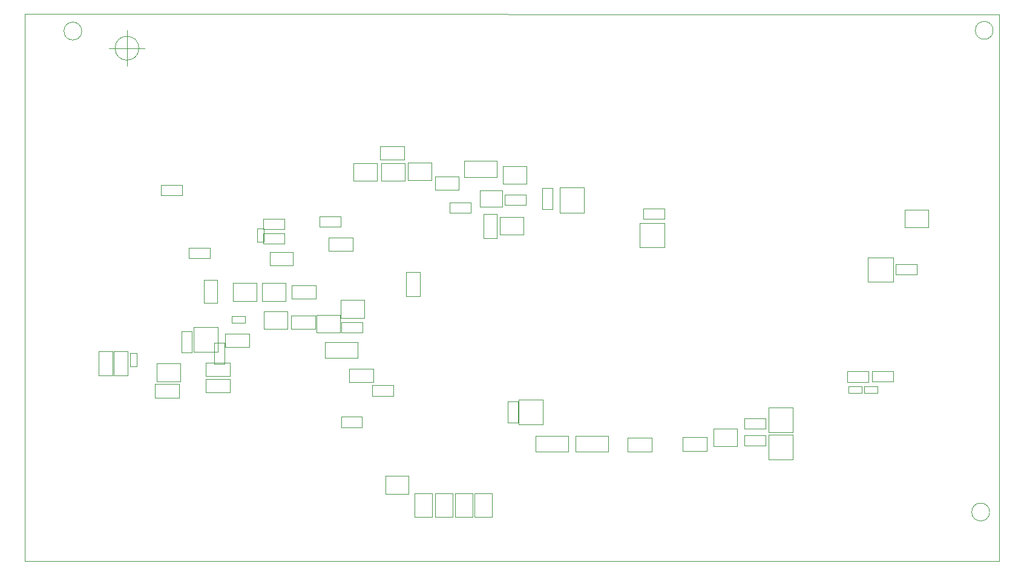
<source format=gbr>
G04 #@! TF.GenerationSoftware,KiCad,Pcbnew,(5.1.2)-1*
G04 #@! TF.CreationDate,2021-03-24T13:07:53+05:45*
G04 #@! TF.ProjectId,Pufferfish-Power-MCU,50756666-6572-4666-9973-682d506f7765,0.0*
G04 #@! TF.SameCoordinates,Original*
G04 #@! TF.FileFunction,Other,User*
%FSLAX46Y46*%
G04 Gerber Fmt 4.6, Leading zero omitted, Abs format (unit mm)*
G04 Created by KiCad (PCBNEW (5.1.2)-1) date 2021-03-24 13:07:53*
%MOMM*%
%LPD*%
G04 APERTURE LIST*
%ADD10C,0.100000*%
%ADD11C,0.050000*%
G04 APERTURE END LIST*
D10*
X203287400Y-43052600D02*
X66977400Y-42972600D01*
X203287400Y-119552600D02*
X203287400Y-43052600D01*
X66977400Y-119552600D02*
X203287400Y-119552600D01*
X66977400Y-42972600D02*
X66977400Y-119552600D01*
X82946666Y-47752000D02*
G75*
G03X82946666Y-47752000I-1666666J0D01*
G01*
X78780000Y-47752000D02*
X83780000Y-47752000D01*
X81280000Y-45252000D02*
X81280000Y-50252000D01*
D11*
G04 #@! TO.C,R99*
X108227400Y-72757600D02*
X111187400Y-72757600D01*
X108227400Y-71297600D02*
X108227400Y-72757600D01*
X111187400Y-71297600D02*
X108227400Y-71297600D01*
X111187400Y-72757600D02*
X111187400Y-71297600D01*
G04 #@! TO.C,R49*
X104238000Y-87056000D02*
X107598000Y-87056000D01*
X104238000Y-85156000D02*
X104238000Y-87056000D01*
X107598000Y-85156000D02*
X104238000Y-85156000D01*
X107598000Y-87056000D02*
X107598000Y-85156000D01*
G04 #@! TO.C,Q9*
X136087000Y-100457000D02*
X139487000Y-100457000D01*
X139487000Y-100457000D02*
X139487000Y-96957000D01*
X139487000Y-96957000D02*
X136087000Y-96957000D01*
X136087000Y-96957000D02*
X136087000Y-100457000D01*
G04 #@! TO.C,C100*
X99466300Y-74844000D02*
X100406300Y-74844000D01*
X100406300Y-74844000D02*
X100406300Y-72984000D01*
X100406300Y-72984000D02*
X99466300Y-72984000D01*
X99466300Y-72984000D02*
X99466300Y-74844000D01*
G04 #@! TO.C,C70*
X97831000Y-85255000D02*
X95971000Y-85255000D01*
X97831000Y-86195000D02*
X97831000Y-85255000D01*
X95971000Y-86195000D02*
X97831000Y-86195000D01*
X95971000Y-85255000D02*
X95971000Y-86195000D01*
G04 #@! TO.C,C51*
X184111500Y-95074000D02*
X182251500Y-95074000D01*
X184111500Y-96014000D02*
X184111500Y-95074000D01*
X182251500Y-96014000D02*
X184111500Y-96014000D01*
X182251500Y-95074000D02*
X182251500Y-96014000D01*
G04 #@! TO.C,C50*
X186311500Y-95074000D02*
X184451500Y-95074000D01*
X186311500Y-96014000D02*
X186311500Y-95074000D01*
X184451500Y-96014000D02*
X186311500Y-96014000D01*
X184451500Y-95074000D02*
X184451500Y-96014000D01*
G04 #@! TO.C,C18*
X82627400Y-92322600D02*
X82627400Y-90462600D01*
X81687400Y-92322600D02*
X82627400Y-92322600D01*
X81687400Y-90462600D02*
X81687400Y-92322600D01*
X82627400Y-90462600D02*
X81687400Y-90462600D01*
G04 #@! TO.C,JP1*
X85407400Y-94402600D02*
X88707400Y-94402600D01*
X85407400Y-94402600D02*
X85407400Y-91902600D01*
X88707400Y-91902600D02*
X88707400Y-94402600D01*
X88707400Y-91902600D02*
X85407400Y-91902600D01*
G04 #@! TO.C,D3*
X93914000Y-83388000D02*
X92014000Y-83388000D01*
X92014000Y-83388000D02*
X92014000Y-80188000D01*
X93914000Y-80188000D02*
X92014000Y-80188000D01*
X93914000Y-83388000D02*
X93914000Y-80188000D01*
G04 #@! TO.C,D4*
X101270000Y-78166000D02*
X101270000Y-76266000D01*
X101270000Y-76266000D02*
X104470000Y-76266000D01*
X104470000Y-78166000D02*
X104470000Y-76266000D01*
X101270000Y-78166000D02*
X104470000Y-78166000D01*
G04 #@! TO.C,R39*
X185049000Y-93014000D02*
X182089000Y-93014000D01*
X185049000Y-94474000D02*
X185049000Y-93014000D01*
X182089000Y-94474000D02*
X185049000Y-94474000D01*
X182089000Y-93014000D02*
X182089000Y-94474000D01*
G04 #@! TO.C,R40*
X188449000Y-93001500D02*
X185489000Y-93001500D01*
X188449000Y-94461500D02*
X188449000Y-93001500D01*
X185489000Y-94461500D02*
X188449000Y-94461500D01*
X185489000Y-93001500D02*
X185489000Y-94461500D01*
G04 #@! TO.C,R53*
X153520000Y-71630000D02*
X156480000Y-71630000D01*
X153520000Y-70170000D02*
X153520000Y-71630000D01*
X156480000Y-70170000D02*
X153520000Y-70170000D01*
X156480000Y-71630000D02*
X156480000Y-70170000D01*
G04 #@! TO.C,R54*
X188787400Y-79432600D02*
X191747400Y-79432600D01*
X188787400Y-77972600D02*
X188787400Y-79432600D01*
X191747400Y-77972600D02*
X188787400Y-77972600D01*
X191747400Y-79432600D02*
X191747400Y-77972600D01*
G04 #@! TO.C,R55*
X134517000Y-97227000D02*
X134517000Y-100187000D01*
X135977000Y-97227000D02*
X134517000Y-97227000D01*
X135977000Y-100187000D02*
X135977000Y-97227000D01*
X134517000Y-100187000D02*
X135977000Y-100187000D01*
G04 #@! TO.C,R56*
X139351000Y-67354000D02*
X139351000Y-70314000D01*
X140811000Y-67354000D02*
X139351000Y-67354000D01*
X140811000Y-70314000D02*
X140811000Y-67354000D01*
X139351000Y-70314000D02*
X140811000Y-70314000D01*
G04 #@! TO.C,R20*
X89960000Y-77184000D02*
X92920000Y-77184000D01*
X89960000Y-75724000D02*
X89960000Y-77184000D01*
X92920000Y-75724000D02*
X89960000Y-75724000D01*
X92920000Y-77184000D02*
X92920000Y-75724000D01*
G04 #@! TO.C,R22*
X103334000Y-71660000D02*
X100374000Y-71660000D01*
X103334000Y-73120000D02*
X103334000Y-71660000D01*
X100374000Y-73120000D02*
X103334000Y-73120000D01*
X100374000Y-71660000D02*
X100374000Y-73120000D01*
G04 #@! TO.C,R23*
X100374000Y-75152000D02*
X103334000Y-75152000D01*
X100374000Y-73692000D02*
X100374000Y-75152000D01*
X103334000Y-73692000D02*
X100374000Y-73692000D01*
X103334000Y-75152000D02*
X103334000Y-73692000D01*
G04 #@! TO.C,C20*
X79257400Y-90202600D02*
X77357400Y-90202600D01*
X77357400Y-90202600D02*
X77357400Y-93562600D01*
X77357400Y-93562600D02*
X79257400Y-93562600D01*
X79257400Y-93562600D02*
X79257400Y-90202600D01*
G04 #@! TO.C,C22*
X81367400Y-90202600D02*
X79467400Y-90202600D01*
X79467400Y-90202600D02*
X79467400Y-93562600D01*
X79467400Y-93562600D02*
X81367400Y-93562600D01*
X81367400Y-93562600D02*
X81367400Y-90202600D01*
G04 #@! TO.C,C64*
X94912400Y-91995100D02*
X94912400Y-89035100D01*
X93452400Y-91995100D02*
X94912400Y-91995100D01*
X93452400Y-89035100D02*
X93452400Y-91995100D01*
X94912400Y-89035100D02*
X93452400Y-89035100D01*
G04 #@! TO.C,C66*
X114256000Y-86138000D02*
X111296000Y-86138000D01*
X114256000Y-87598000D02*
X114256000Y-86138000D01*
X111296000Y-87598000D02*
X114256000Y-87598000D01*
X111296000Y-86138000D02*
X111296000Y-87598000D01*
G04 #@! TO.C,C98*
X126452400Y-70832600D02*
X129412400Y-70832600D01*
X126452400Y-69372600D02*
X126452400Y-70832600D01*
X129412400Y-69372600D02*
X126452400Y-69372600D01*
X129412400Y-70832600D02*
X129412400Y-69372600D01*
G04 #@! TO.C,C99*
X134156000Y-69691000D02*
X137116000Y-69691000D01*
X134156000Y-68231000D02*
X134156000Y-69691000D01*
X137116000Y-68231000D02*
X134156000Y-68231000D01*
X137116000Y-69691000D02*
X137116000Y-68231000D01*
G04 #@! TO.C,FID2*
X201957400Y-112702600D02*
G75*
G03X201957400Y-112702600I-1250000J0D01*
G01*
G04 #@! TO.C,FID3*
X74957400Y-45352600D02*
G75*
G03X74957400Y-45352600I-1250000J0D01*
G01*
G04 #@! TO.C,FID4*
X202457400Y-45252600D02*
G75*
G03X202457400Y-45252600I-1250000J0D01*
G01*
G04 #@! TO.C,JP2*
X114507400Y-83027600D02*
X111207400Y-83027600D01*
X114507400Y-83027600D02*
X114507400Y-85527600D01*
X111207400Y-85527600D02*
X111207400Y-83027600D01*
X111207400Y-85527600D02*
X114507400Y-85527600D01*
G04 #@! TO.C,JP3*
X111124000Y-85110000D02*
X107824000Y-85110000D01*
X111124000Y-85110000D02*
X111124000Y-87610000D01*
X107824000Y-87610000D02*
X107824000Y-85110000D01*
X107824000Y-87610000D02*
X111124000Y-87610000D01*
G04 #@! TO.C,JP4*
X103504000Y-80665000D02*
X100204000Y-80665000D01*
X103504000Y-80665000D02*
X103504000Y-83165000D01*
X100204000Y-83165000D02*
X100204000Y-80665000D01*
X100204000Y-83165000D02*
X103504000Y-83165000D01*
G04 #@! TO.C,JP5*
X103758000Y-84602000D02*
X100458000Y-84602000D01*
X103758000Y-84602000D02*
X103758000Y-87102000D01*
X100458000Y-87102000D02*
X100458000Y-84602000D01*
X100458000Y-87102000D02*
X103758000Y-87102000D01*
G04 #@! TO.C,JP6*
X99440000Y-80665000D02*
X96140000Y-80665000D01*
X99440000Y-80665000D02*
X99440000Y-83165000D01*
X96140000Y-83165000D02*
X96140000Y-80665000D01*
X96140000Y-83165000D02*
X99440000Y-83165000D01*
G04 #@! TO.C,JP7*
X123980000Y-113384000D02*
X123980000Y-110084000D01*
X123980000Y-113384000D02*
X121480000Y-113384000D01*
X121480000Y-110084000D02*
X123980000Y-110084000D01*
X121480000Y-110084000D02*
X121480000Y-113384000D01*
G04 #@! TO.C,JP8*
X126880000Y-113384000D02*
X126880000Y-110084000D01*
X126880000Y-113384000D02*
X124380000Y-113384000D01*
X124380000Y-110084000D02*
X126880000Y-110084000D01*
X124380000Y-110084000D02*
X124380000Y-113384000D01*
G04 #@! TO.C,JP9*
X127180000Y-110084000D02*
X127180000Y-113384000D01*
X127180000Y-110084000D02*
X129680000Y-110084000D01*
X129680000Y-113384000D02*
X127180000Y-113384000D01*
X129680000Y-113384000D02*
X129680000Y-110084000D01*
G04 #@! TO.C,JP10*
X129880000Y-110084000D02*
X129880000Y-113384000D01*
X129880000Y-110084000D02*
X132380000Y-110084000D01*
X132380000Y-113384000D02*
X129880000Y-113384000D01*
X132380000Y-113384000D02*
X132380000Y-110084000D01*
G04 #@! TO.C,JP11*
X123900000Y-63750000D02*
X120600000Y-63750000D01*
X123900000Y-63750000D02*
X123900000Y-66250000D01*
X120600000Y-66250000D02*
X120600000Y-63750000D01*
X120600000Y-66250000D02*
X123900000Y-66250000D01*
G04 #@! TO.C,JP12*
X116250000Y-63850000D02*
X112950000Y-63850000D01*
X116250000Y-63850000D02*
X116250000Y-66350000D01*
X112950000Y-66350000D02*
X112950000Y-63850000D01*
X112950000Y-66350000D02*
X116250000Y-66350000D01*
G04 #@! TO.C,JP13*
X120150000Y-63850000D02*
X116850000Y-63850000D01*
X120150000Y-63850000D02*
X120150000Y-66350000D01*
X116850000Y-66350000D02*
X116850000Y-63850000D01*
X116850000Y-66350000D02*
X120150000Y-66350000D01*
G04 #@! TO.C,JP14*
X133478000Y-73894000D02*
X136778000Y-73894000D01*
X133478000Y-73894000D02*
X133478000Y-71394000D01*
X136778000Y-71394000D02*
X136778000Y-73894000D01*
X136778000Y-71394000D02*
X133478000Y-71394000D01*
G04 #@! TO.C,JP15*
X137150000Y-64282000D02*
X133850000Y-64282000D01*
X137150000Y-64282000D02*
X137150000Y-66782000D01*
X133850000Y-66782000D02*
X133850000Y-64282000D01*
X133850000Y-66782000D02*
X137150000Y-66782000D01*
G04 #@! TO.C,Q12*
X156497000Y-72214000D02*
X152997000Y-72214000D01*
X156497000Y-75614000D02*
X156497000Y-72214000D01*
X152997000Y-75614000D02*
X156497000Y-75614000D01*
X152997000Y-72214000D02*
X152997000Y-75614000D01*
G04 #@! TO.C,Q13*
X184951500Y-80442000D02*
X188451500Y-80442000D01*
X184951500Y-77042000D02*
X184951500Y-80442000D01*
X188451500Y-77042000D02*
X184951500Y-77042000D01*
X188451500Y-80442000D02*
X188451500Y-77042000D01*
G04 #@! TO.C,TP20*
X133757000Y-69984000D02*
X130657000Y-69984000D01*
X133757000Y-67684000D02*
X133757000Y-69984000D01*
X130657000Y-67684000D02*
X133757000Y-67684000D01*
X130657000Y-69984000D02*
X130657000Y-67684000D01*
G04 #@! TO.C,JP16*
X190120000Y-72878000D02*
X193420000Y-72878000D01*
X190120000Y-72878000D02*
X190120000Y-70378000D01*
X193420000Y-70378000D02*
X193420000Y-72878000D01*
X193420000Y-70378000D02*
X190120000Y-70378000D01*
G04 #@! TO.C,Q4*
X171020000Y-101882000D02*
X171020000Y-105382000D01*
X174420000Y-101882000D02*
X171020000Y-101882000D01*
X174420000Y-105382000D02*
X174420000Y-101882000D01*
X171020000Y-105382000D02*
X174420000Y-105382000D01*
G04 #@! TO.C,Q7*
X171020000Y-101572000D02*
X174420000Y-101572000D01*
X174420000Y-101572000D02*
X174420000Y-98072000D01*
X174420000Y-98072000D02*
X171020000Y-98072000D01*
X171020000Y-98072000D02*
X171020000Y-101572000D01*
G04 #@! TO.C,R16*
X89000000Y-66930000D02*
X86040000Y-66930000D01*
X89000000Y-68390000D02*
X89000000Y-66930000D01*
X86040000Y-68390000D02*
X89000000Y-68390000D01*
X86040000Y-66930000D02*
X86040000Y-68390000D01*
G04 #@! TO.C,R42*
X154697000Y-102315000D02*
X151337000Y-102315000D01*
X154697000Y-104215000D02*
X154697000Y-102315000D01*
X151337000Y-104215000D02*
X154697000Y-104215000D01*
X151337000Y-102315000D02*
X151337000Y-104215000D01*
G04 #@! TO.C,R47*
X115737400Y-94527600D02*
X115737400Y-92627600D01*
X115737400Y-92627600D02*
X112377400Y-92627600D01*
X112377400Y-92627600D02*
X112377400Y-94527600D01*
X112377400Y-94527600D02*
X115737400Y-94527600D01*
G04 #@! TO.C,R48*
X85227400Y-96702600D02*
X88587400Y-96702600D01*
X85227400Y-94802600D02*
X85227400Y-96702600D01*
X88587400Y-94802600D02*
X85227400Y-94802600D01*
X88587400Y-96702600D02*
X88587400Y-94802600D01*
G04 #@! TO.C,R51*
X109002400Y-88907600D02*
X109002400Y-91147600D01*
X109002400Y-91147600D02*
X113562400Y-91147600D01*
X113562400Y-91147600D02*
X113562400Y-88907600D01*
X113562400Y-88907600D02*
X109002400Y-88907600D01*
G04 #@! TO.C,R57*
X142997000Y-102045000D02*
X138437000Y-102045000D01*
X142997000Y-104285000D02*
X142997000Y-102045000D01*
X138437000Y-104285000D02*
X142997000Y-104285000D01*
X138437000Y-102045000D02*
X138437000Y-104285000D01*
G04 #@! TO.C,R58*
X144049500Y-102045000D02*
X144049500Y-104285000D01*
X144049500Y-104285000D02*
X148609500Y-104285000D01*
X148609500Y-104285000D02*
X148609500Y-102045000D01*
X148609500Y-102045000D02*
X144049500Y-102045000D01*
G04 #@! TO.C,R64*
X167633200Y-103424740D02*
X170593200Y-103424740D01*
X167633200Y-101964740D02*
X167633200Y-103424740D01*
X170593200Y-101964740D02*
X167633200Y-101964740D01*
X170593200Y-103424740D02*
X170593200Y-101964740D01*
G04 #@! TO.C,R65*
X170644000Y-101060000D02*
X170644000Y-99600000D01*
X170644000Y-99600000D02*
X167684000Y-99600000D01*
X167684000Y-99600000D02*
X167684000Y-101060000D01*
X167684000Y-101060000D02*
X170644000Y-101060000D01*
G04 #@! TO.C,R74*
X107725000Y-80965000D02*
X104365000Y-80965000D01*
X107725000Y-82865000D02*
X107725000Y-80965000D01*
X104365000Y-82865000D02*
X107725000Y-82865000D01*
X104365000Y-80965000D02*
X104365000Y-82865000D01*
G04 #@! TO.C,R75*
X92300000Y-94046000D02*
X92300000Y-95946000D01*
X92300000Y-95946000D02*
X95660000Y-95946000D01*
X95660000Y-95946000D02*
X95660000Y-94046000D01*
X95660000Y-94046000D02*
X92300000Y-94046000D01*
G04 #@! TO.C,R76*
X95660000Y-93660000D02*
X95660000Y-91760000D01*
X95660000Y-91760000D02*
X92300000Y-91760000D01*
X92300000Y-91760000D02*
X92300000Y-93660000D01*
X92300000Y-93660000D02*
X95660000Y-93660000D01*
G04 #@! TO.C,R77*
X95045500Y-87696000D02*
X95045500Y-89596000D01*
X95045500Y-89596000D02*
X98405500Y-89596000D01*
X98405500Y-89596000D02*
X98405500Y-87696000D01*
X98405500Y-87696000D02*
X95045500Y-87696000D01*
G04 #@! TO.C,R81*
X112887400Y-74252600D02*
X109527400Y-74252600D01*
X112887400Y-76152600D02*
X112887400Y-74252600D01*
X109527400Y-76152600D02*
X112887400Y-76152600D01*
X109527400Y-74252600D02*
X109527400Y-76152600D01*
G04 #@! TO.C,R90*
X116720000Y-63350000D02*
X120080000Y-63350000D01*
X116720000Y-61450000D02*
X116720000Y-63350000D01*
X120080000Y-61450000D02*
X116720000Y-61450000D01*
X120080000Y-63350000D02*
X120080000Y-61450000D01*
G04 #@! TO.C,R91*
X127712400Y-65727600D02*
X124352400Y-65727600D01*
X127712400Y-67627600D02*
X127712400Y-65727600D01*
X124352400Y-67627600D02*
X127712400Y-67627600D01*
X124352400Y-65727600D02*
X124352400Y-67627600D01*
G04 #@! TO.C,R92*
X122235000Y-79092000D02*
X120335000Y-79092000D01*
X120335000Y-79092000D02*
X120335000Y-82452000D01*
X120335000Y-82452000D02*
X122235000Y-82452000D01*
X122235000Y-82452000D02*
X122235000Y-79092000D01*
G04 #@! TO.C,R95*
X131130000Y-74324000D02*
X133030000Y-74324000D01*
X133030000Y-74324000D02*
X133030000Y-70964000D01*
X133030000Y-70964000D02*
X131130000Y-70964000D01*
X131130000Y-70964000D02*
X131130000Y-74324000D01*
G04 #@! TO.C,R97*
X133012400Y-63532600D02*
X128452400Y-63532600D01*
X133012400Y-65772600D02*
X133012400Y-63532600D01*
X128452400Y-65772600D02*
X133012400Y-65772600D01*
X128452400Y-63532600D02*
X128452400Y-65772600D01*
G04 #@! TO.C,Q8*
X90629000Y-86769000D02*
X90629000Y-90269000D01*
X94029000Y-86769000D02*
X90629000Y-86769000D01*
X94029000Y-90269000D02*
X94029000Y-86769000D01*
X90629000Y-90269000D02*
X94029000Y-90269000D01*
G04 #@! TO.C,Q10*
X141794000Y-70772000D02*
X145194000Y-70772000D01*
X145194000Y-70772000D02*
X145194000Y-67272000D01*
X145194000Y-67272000D02*
X141794000Y-67272000D01*
X141794000Y-67272000D02*
X141794000Y-70772000D01*
G04 #@! TO.C,R43*
X88932000Y-90380000D02*
X90392000Y-90380000D01*
X90392000Y-90380000D02*
X90392000Y-87420000D01*
X90392000Y-87420000D02*
X88932000Y-87420000D01*
X88932000Y-87420000D02*
X88932000Y-90380000D01*
G04 #@! TO.C,R70*
X118574000Y-94964500D02*
X115614000Y-94964500D01*
X118574000Y-96424500D02*
X118574000Y-94964500D01*
X115614000Y-96424500D02*
X118574000Y-96424500D01*
X115614000Y-94964500D02*
X115614000Y-96424500D01*
G04 #@! TO.C,R71*
X111227400Y-99372600D02*
X111227400Y-100832600D01*
X111227400Y-100832600D02*
X114187400Y-100832600D01*
X114187400Y-100832600D02*
X114187400Y-99372600D01*
X114187400Y-99372600D02*
X111227400Y-99372600D01*
G04 #@! TO.C,R102*
X159028100Y-102237500D02*
X159028100Y-104137500D01*
X159028100Y-104137500D02*
X162388100Y-104137500D01*
X162388100Y-104137500D02*
X162388100Y-102237500D01*
X162388100Y-102237500D02*
X159028100Y-102237500D01*
G04 #@! TO.C,JP17*
X120707400Y-107652600D02*
X117407400Y-107652600D01*
X120707400Y-107652600D02*
X120707400Y-110152600D01*
X117407400Y-110152600D02*
X117407400Y-107652600D01*
X117407400Y-110152600D02*
X120707400Y-110152600D01*
G04 #@! TO.C,JP18*
X163307400Y-103502600D02*
X166607400Y-103502600D01*
X163307400Y-103502600D02*
X163307400Y-101002600D01*
X166607400Y-101002600D02*
X166607400Y-103502600D01*
X166607400Y-101002600D02*
X163307400Y-101002600D01*
G04 #@! TD*
M02*

</source>
